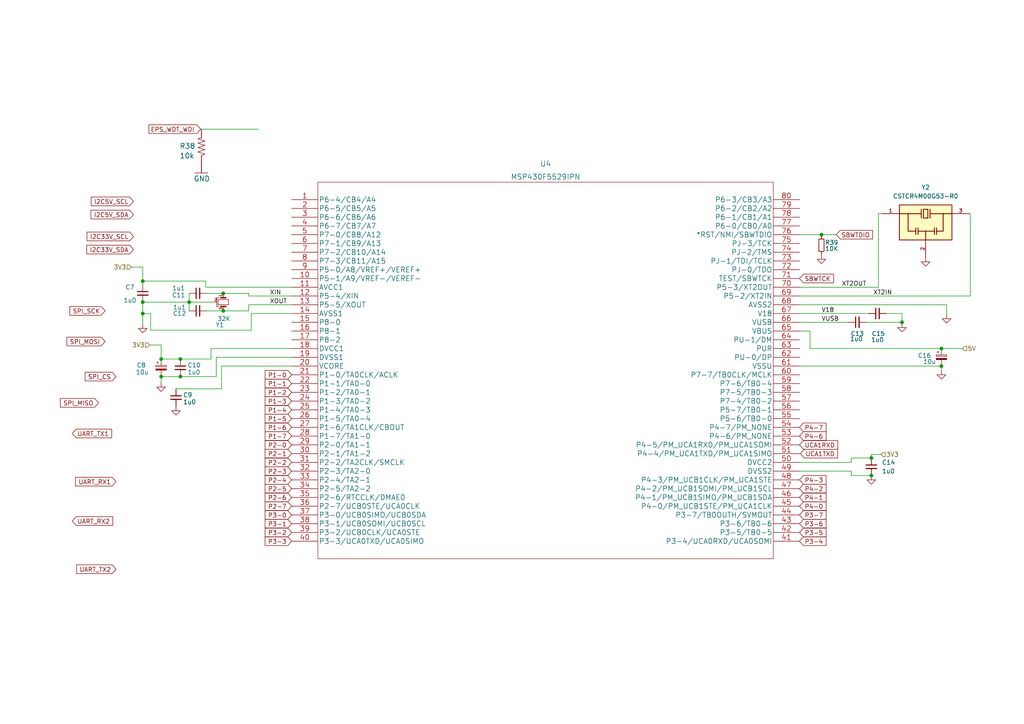
<source format=kicad_sch>
(kicad_sch (version 20231120) (generator "eeschema") (generator_version "8.0")
  (paper "A4")
  (lib_symbols
    (symbol "2023-03-28_15-31-46:MSP430F5529IPN" (pin_names (offset 0.254))
      (property "Reference" "U" (at 73.66 10.16 0))
      (property "Value" "MSP430F5529IPN" (at 73.66 7.62 0))
      (symbol "MSP430F5529IPN_1_1"
        (polyline (pts (xy 7.62 -104.14) (xy 139.7 -104.14)) (stroke (width 0.127)))
        (polyline (pts (xy 7.62 5.08) (xy 7.62 -104.14)) (stroke (width 0.127)))
        (polyline (pts (xy 139.7 -104.14) (xy 139.7 5.08)) (stroke (width 0.127)))
        (polyline (pts (xy 139.7 5.08) (xy 7.62 5.08)) (stroke (width 0.127)))
        (pin bidirectional line (at 0 0 0) (length 7.62) (name "P6-4/CB4/A4") (number "1"))
        (pin bidirectional line (at 0 -22.86 0) (length 7.62) (name "P5-1/A9/VREF-/VEREF-") (number "10"))
        (pin power_in line (at 0 -25.4 0) (length 7.62) (name "AVCC1") (number "11"))
        (pin bidirectional line (at 0 -27.94 0) (length 7.62) (name "P5-4/XIN") (number "12"))
        (pin bidirectional line (at 0 -30.48 0) (length 7.62) (name "P5-5/XOUT") (number "13"))
        (pin power_in line (at 0 -33.02 0) (length 7.62) (name "AVSS1") (number "14"))
        (pin bidirectional line (at 0 -35.56 0) (length 7.62) (name "P8-0") (number "15"))
        (pin bidirectional line (at 0 -38.1 0) (length 7.62) (name "P8-1") (number "16"))
        (pin bidirectional line (at 0 -40.64 0) (length 7.62) (name "P8-2") (number "17"))
        (pin power_in line (at 0 -43.18 0) (length 7.62) (name "DVCC1") (number "18"))
        (pin power_in line (at 0 -45.72 0) (length 7.62) (name "DVSS1") (number "19"))
        (pin bidirectional line (at 0 -2.54 0) (length 7.62) (name "P6-5/CB5/A5") (number "2"))
        (pin power_in line (at 0 -48.26 0) (length 7.62) (name "VCORE") (number "20"))
        (pin bidirectional line (at 0 -50.8 0) (length 7.62) (name "P1-0/TA0CLK/ACLK") (number "21"))
        (pin bidirectional line (at 0 -53.34 0) (length 7.62) (name "P1-1/TA0-0") (number "22"))
        (pin bidirectional line (at 0 -55.88 0) (length 7.62) (name "P1-2/TA0-1") (number "23"))
        (pin bidirectional line (at 0 -58.42 0) (length 7.62) (name "P1-3/TA0-2") (number "24"))
        (pin bidirectional line (at 0 -60.96 0) (length 7.62) (name "P1-4/TA0-3") (number "25"))
        (pin bidirectional line (at 0 -63.5 0) (length 7.62) (name "P1-5/TA0-4") (number "26"))
        (pin bidirectional line (at 0 -66.04 0) (length 7.62) (name "P1-6/TA1CLK/CBOUT") (number "27"))
        (pin bidirectional line (at 0 -68.58 0) (length 7.62) (name "P1-7/TA1-0") (number "28"))
        (pin bidirectional line (at 0 -71.12 0) (length 7.62) (name "P2-0/TA1-1") (number "29"))
        (pin bidirectional line (at 0 -5.08 0) (length 7.62) (name "P6-6/CB6/A6") (number "3"))
        (pin bidirectional line (at 0 -73.66 0) (length 7.62) (name "P2-1/TA1-2") (number "30"))
        (pin bidirectional line (at 0 -76.2 0) (length 7.62) (name "P2-2/TA2CLK/SMCLK") (number "31"))
        (pin bidirectional line (at 0 -78.74 0) (length 7.62) (name "P2-3/TA2-0") (number "32"))
        (pin bidirectional line (at 0 -81.28 0) (length 7.62) (name "P2-4/TA2-1") (number "33"))
        (pin bidirectional line (at 0 -83.82 0) (length 7.62) (name "P2-5/TA2-2") (number "34"))
        (pin bidirectional line (at 0 -86.36 0) (length 7.62) (name "P2-6/RTCCLK/DMAE0") (number "35"))
        (pin bidirectional line (at 0 -88.9 0) (length 7.62) (name "P2-7/UCB0STE/UCA0CLK") (number "36"))
        (pin bidirectional line (at 0 -91.44 0) (length 7.62) (name "P3-0/UCB0SIMO/UCB0SDA") (number "37"))
        (pin bidirectional line (at 0 -93.98 0) (length 7.62) (name "P3-1/UCB0SOMI/UCB0SCL") (number "38"))
        (pin bidirectional line (at 0 -96.52 0) (length 7.62) (name "P3-2/UCB0CLK/UCA0STE") (number "39"))
        (pin bidirectional line (at 0 -7.62 0) (length 7.62) (name "P6-7/CB7/A7") (number "4"))
        (pin bidirectional line (at 0 -99.06 0) (length 7.62) (name "P3-3/UCA0TXD/UCA0SIMO") (number "40"))
        (pin bidirectional line (at 147.32 -99.06 180) (length 7.62) (name "P3-4/UCA0RXD/UCA0SOMI") (number "41"))
        (pin bidirectional line (at 147.32 -96.52 180) (length 7.62) (name "P3-5/TB0-5") (number "42"))
        (pin bidirectional line (at 147.32 -93.98 180) (length 7.62) (name "P3-6/TB0-6") (number "43"))
        (pin bidirectional line (at 147.32 -91.44 180) (length 7.62) (name "P3-7/TB0OUTH/SVMOUT") (number "44"))
        (pin bidirectional line (at 147.32 -88.9 180) (length 7.62) (name "P4-0/PM_UCB1STE/PM_UCA1CLK") (number "45"))
        (pin bidirectional line (at 147.32 -86.36 180) (length 7.62) (name "P4-1/PM_UCB1SIMO/PM_UCB1SDA") (number "46"))
        (pin bidirectional line (at 147.32 -83.82 180) (length 7.62) (name "P4-2/PM_UCB1SOMI/PM_UCB1SCL") (number "47"))
        (pin bidirectional line (at 147.32 -81.28 180) (length 7.62) (name "P4-3/PM_UCB1CLK/PM_UCA1STE") (number "48"))
        (pin power_in line (at 147.32 -78.74 180) (length 7.62) (name "DVSS2") (number "49"))
        (pin bidirectional line (at 0 -10.16 0) (length 7.62) (name "P7-0/CB8/A12") (number "5"))
        (pin power_in line (at 147.32 -76.2 180) (length 7.62) (name "DVCC2") (number "50"))
        (pin bidirectional line (at 147.32 -73.66 180) (length 7.62) (name "P4-4/PM_UCA1TXD/PM_UCA1SIMO") (number "51"))
        (pin bidirectional line (at 147.32 -71.12 180) (length 7.62) (name "P4-5/PM_UCA1RXD/PM_UCA1SOMI") (number "52"))
        (pin bidirectional line (at 147.32 -68.58 180) (length 7.62) (name "P4-6/PM_NONE") (number "53"))
        (pin bidirectional line (at 147.32 -66.04 180) (length 7.62) (name "P4-7/PM_NONE") (number "54"))
        (pin bidirectional line (at 147.32 -63.5 180) (length 7.62) (name "P5-6/TB0-0") (number "55"))
        (pin bidirectional line (at 147.32 -60.96 180) (length 7.62) (name "P5-7/TB0-1") (number "56"))
        (pin bidirectional line (at 147.32 -58.42 180) (length 7.62) (name "P7-4/TB0-2") (number "57"))
        (pin bidirectional line (at 147.32 -55.88 180) (length 7.62) (name "P7-5/TB0-3") (number "58"))
        (pin bidirectional line (at 147.32 -53.34 180) (length 7.62) (name "P7-6/TB0-4") (number "59"))
        (pin bidirectional line (at 0 -12.7 0) (length 7.62) (name "P7-1/CB9/A13") (number "6"))
        (pin bidirectional line (at 147.32 -50.8 180) (length 7.62) (name "P7-7/TB0CLK/MCLK") (number "60"))
        (pin power_in line (at 147.32 -48.26 180) (length 7.62) (name "VSSU") (number "61"))
        (pin bidirectional line (at 147.32 -45.72 180) (length 7.62) (name "PU-0/DP") (number "62"))
        (pin bidirectional line (at 147.32 -43.18 180) (length 7.62) (name "PUR") (number "63"))
        (pin bidirectional line (at 147.32 -40.64 180) (length 7.62) (name "PU-1/DM") (number "64"))
        (pin power_in line (at 147.32 -38.1 180) (length 7.62) (name "VBUS") (number "65"))
        (pin power_in line (at 147.32 -35.56 180) (length 7.62) (name "VUSB") (number "66"))
        (pin power_in line (at 147.32 -33.02 180) (length 7.62) (name "V18") (number "67"))
        (pin power_in line (at 147.32 -30.48 180) (length 7.62) (name "AVSS2") (number "68"))
        (pin bidirectional line (at 147.32 -27.94 180) (length 7.62) (name "P5-2/XT2IN") (number "69"))
        (pin bidirectional line (at 0 -15.24 0) (length 7.62) (name "P7-2/CB10/A14") (number "7"))
        (pin bidirectional line (at 147.32 -25.4 180) (length 7.62) (name "P5-3/XT2OUT") (number "70"))
        (pin bidirectional line (at 147.32 -22.86 180) (length 7.62) (name "TEST/SBWTCK") (number "71"))
        (pin bidirectional line (at 147.32 -20.32 180) (length 7.62) (name "PJ-0/TDO") (number "72"))
        (pin bidirectional line (at 147.32 -17.78 180) (length 7.62) (name "PJ-1/TDI/TCLK") (number "73"))
        (pin bidirectional line (at 147.32 -15.24 180) (length 7.62) (name "PJ-2/TMS") (number "74"))
        (pin bidirectional line (at 147.32 -12.7 180) (length 7.62) (name "PJ-3/TCK") (number "75"))
        (pin bidirectional line (at 147.32 -10.16 180) (length 7.62) (name "*RST/NMI/SBWTDIO") (number "76"))
        (pin bidirectional line (at 147.32 -7.62 180) (length 7.62) (name "P6-0/CB0/A0") (number "77"))
        (pin bidirectional line (at 147.32 -5.08 180) (length 7.62) (name "P6-1/CB1/A1") (number "78"))
        (pin bidirectional line (at 147.32 -2.54 180) (length 7.62) (name "P6-2/CB2/A2") (number "79"))
        (pin bidirectional line (at 0 -17.78 0) (length 7.62) (name "P7-3/CB11/A15") (number "8"))
        (pin bidirectional line (at 147.32 0 180) (length 7.62) (name "P6-3/CB3/A3") (number "80"))
        (pin bidirectional line (at 0 -20.32 0) (length 7.62) (name "P5-0/A8/VREF+/VEREF+") (number "9"))
      )
    )
    (symbol "CSTCR4M00G53-R0:CSTCR4M00G53-R0" (pin_names (offset 1.016))
      (property "Reference" "Y" (at -7.62 6.35 0))
      (property "Value" "CSTCR4M00G53-R0" (at 1.27 -6.35 0))
      (symbol "CSTCR4M00G53-R0_0_0"
        (rectangle (start -7.62 -5.08) (end 7.62 5.08) (stroke (width 0.254)) (fill (type background)))
        (polyline (pts (xy -7.62 2.54) (xy -5.08 2.54)) (stroke (width 0.254)))
        (polyline (pts (xy -5.08 -2.54) (xy -5.08 2.54)) (stroke (width 0.254)))
        (polyline (pts (xy -5.08 2.54) (xy -1.27 2.54)) (stroke (width 0.254)))
        (polyline (pts (xy -2.8575 -2.54) (xy -5.08 -2.54)) (stroke (width 0.254)))
        (polyline (pts (xy -2.8575 -2.54) (xy -2.8575 -3.4925)) (stroke (width 0.254)))
        (polyline (pts (xy -2.8575 -1.5875) (xy -2.8575 -2.54)) (stroke (width 0.254)))
        (polyline (pts (xy -2.2225 -2.54) (xy -2.2225 -3.4925)) (stroke (width 0.254)))
        (polyline (pts (xy -2.2225 -1.5875) (xy -2.2225 -2.54)) (stroke (width 0.254)))
        (polyline (pts (xy -1.27 2.54) (xy -1.27 1.27)) (stroke (width 0.254)))
        (polyline (pts (xy -1.27 3.81) (xy -1.27 2.54)) (stroke (width 0.254)))
        (polyline (pts (xy -0.635 1.27) (xy -0.635 3.81)) (stroke (width 0.254)))
        (polyline (pts (xy -0.635 3.81) (xy 0.635 3.81)) (stroke (width 0.254)))
        (polyline (pts (xy 0 -5.08) (xy 0 -2.54)) (stroke (width 0.254)))
        (polyline (pts (xy 0 -2.54) (xy -2.2225 -2.54)) (stroke (width 0.254)))
        (polyline (pts (xy 0 -2.54) (xy 2.54 -2.54)) (stroke (width 0.254)))
        (polyline (pts (xy 0.635 1.27) (xy -0.635 1.27)) (stroke (width 0.254)))
        (polyline (pts (xy 0.635 3.81) (xy 0.635 1.27)) (stroke (width 0.254)))
        (polyline (pts (xy 1.27 2.54) (xy 1.27 1.27)) (stroke (width 0.254)))
        (polyline (pts (xy 1.27 2.54) (xy 5.08 2.54)) (stroke (width 0.254)))
        (polyline (pts (xy 1.27 3.81) (xy 1.27 2.54)) (stroke (width 0.254)))
        (polyline (pts (xy 2.54 -2.54) (xy 2.54 -3.4925)) (stroke (width 0.254)))
        (polyline (pts (xy 2.54 -1.5875) (xy 2.54 -2.54)) (stroke (width 0.254)))
        (polyline (pts (xy 3.175 -2.54) (xy 3.175 -3.4925)) (stroke (width 0.254)))
        (polyline (pts (xy 3.175 -2.54) (xy 5.08 -2.54)) (stroke (width 0.254)))
        (polyline (pts (xy 3.175 -1.5875) (xy 3.175 -2.54)) (stroke (width 0.254)))
        (polyline (pts (xy 5.08 -2.54) (xy 5.08 2.54)) (stroke (width 0.254)))
        (polyline (pts (xy 5.08 2.54) (xy 7.62 2.54)) (stroke (width 0.254)))
        (pin input line (at -12.7 2.54 0) (length 5.08) (name "~") (number "1"))
        (pin power_in line (at 0 -10.16 90) (length 5.08) (name "~") (number "2"))
        (pin output line (at 12.7 2.54 180) (length 5.08) (name "~") (number "3"))
      )
    )
    (symbol "Device:C_Polarized_Small" (pin_numbers hide) (pin_names (offset 0.254) hide)
      (property "Reference" "C" (at 0.254 1.778 0))
      (property "Value" "C_Polarized_Small" (at 0.254 -2.032 0))
      (symbol "C_Polarized_Small_0_1"
        (rectangle (start -1.524 -0.3048) (end 1.524 -0.6858) (fill (type outline)))
        (rectangle (start -1.524 0.6858) (end 1.524 0.3048))
        (polyline (pts (xy -1.27 1.524) (xy -0.762 1.524)))
        (polyline (pts (xy -1.016 1.27) (xy -1.016 1.778)))
      )
      (symbol "C_Polarized_Small_1_1"
        (pin passive line (at 0 2.54 270) (length 1.8542) (name "~") (number "1"))
        (pin passive line (at 0 -2.54 90) (length 1.8542) (name "~") (number "2"))
      )
    )
    (symbol "Device:C_Small" (pin_numbers hide) (pin_names (offset 0.254) hide)
      (property "Reference" "C" (at 0.254 1.778 0))
      (property "Value" "C_Small" (at 0.254 -2.032 0))
      (symbol "C_Small_0_1"
        (polyline (pts (xy -1.524 -0.508) (xy 1.524 -0.508)) (stroke (width 0.3302)))
        (polyline (pts (xy -1.524 0.508) (xy 1.524 0.508)) (stroke (width 0.3048)))
      )
      (symbol "C_Small_1_1"
        (pin passive line (at 0 2.54 270) (length 2.032) (name "~") (number "1"))
        (pin passive line (at 0 -2.54 90) (length 2.032) (name "~") (number "2"))
      )
    )
    (symbol "Device:Crystal_GND2_Small" (pin_names (offset 1.016) hide)
      (property "Reference" "Y" (at 0 5.08 0))
      (property "Value" "Crystal_GND2_Small" (at 0 3.175 0))
      (symbol "Crystal_GND2_Small_0_1"
        (rectangle (start -0.762 -1.524) (end 0.762 1.524))
        (polyline (pts (xy -1.27 -0.762) (xy -1.27 0.762)) (stroke (width 0.381)))
        (polyline (pts (xy 1.27 -0.762) (xy 1.27 0.762)) (stroke (width 0.381)))
        (polyline (pts (xy -1.27 -1.27) (xy -1.27 -1.905) (xy 1.27 -1.905) (xy 1.27 -1.27)))
      )
      (symbol "Crystal_GND2_Small_1_1"
        (pin passive line (at -2.54 0 0) (length 1.27) (name "1") (number "1"))
        (pin passive line (at 0 -2.54 90) (length 0.635) (name "2") (number "2"))
        (pin passive line (at 2.54 0 180) (length 1.27) (name "3") (number "3"))
      )
    )
    (symbol "Device:R_Small" (pin_numbers hide) (pin_names (offset 0.254) hide)
      (property "Reference" "R" (at 0.762 0.508 0))
      (property "Value" "R_Small" (at 0.762 -1.016 0))
      (symbol "R_Small_0_1"
        (rectangle (start -0.762 1.778) (end 0.762 -1.778) (stroke (width 0.2032)))
      )
      (symbol "R_Small_1_1"
        (pin passive line (at 0 2.54 270) (length 0.762) (name "~") (number "1"))
        (pin passive line (at 0 -2.54 90) (length 0.762) (name "~") (number "2"))
      )
    )
    (symbol "mainboard:GND" (power) (pin_names (offset 1.016))
      (property "Value" "GND" (at -2.54 -2.54 0))
      (symbol "GND_1_0"
        (polyline (pts (xy -1.905 0) (xy 1.905 0)))
        (pin power_in line (at 0 2.54 270) (length 2.54) (name "GND") (number "1"))
      )
    )
    (symbol "mainboard:R-US_R0603" (pin_names (offset 1.016))
      (property "Reference" "R" (at -3.81 1.4986 0))
      (property "Value" "R-US_R0603" (at -3.81 -3.302 0))
      (symbol "R-US_R0603_1_0"
        (polyline (pts (xy -2.54 0) (xy -2.159 1.016)))
        (polyline (pts (xy -2.159 1.016) (xy -1.524 -1.016)))
        (polyline (pts (xy -1.524 -1.016) (xy -0.889 1.016)))
        (polyline (pts (xy -0.889 1.016) (xy -0.254 -1.016)))
        (polyline (pts (xy -0.254 -1.016) (xy 0.381 1.016)))
        (polyline (pts (xy 0.381 1.016) (xy 1.016 -1.016)))
        (polyline (pts (xy 1.016 -1.016) (xy 1.651 1.016)))
        (polyline (pts (xy 1.651 1.016) (xy 2.286 -1.016)))
        (polyline (pts (xy 2.286 -1.016) (xy 2.54 0)))
        (pin passive line (at -5.08 0 0) (length 2.54) (name "1") (number "1"))
        (pin passive line (at 5.08 0 180) (length 2.54) (name "2") (number "2"))
      )
    )
    (symbol "power:GND" (power) (pin_names (offset 0) hide)
      (property "Value" "GND" (at 0 -3.81 0))
      (symbol "GND_0_1"
        (polyline (pts (xy 0 0) (xy 0 -1.27) (xy 1.27 -1.27) (xy 0 -2.54) (xy -1.27 -1.27) (xy 0 -1.27)))
      )
      (symbol "GND_1_1"
        (pin power_in line (at 0 0 270) (length 0) hide (name "GND") (number "1"))
      )
    )
  )
  (junction (at 52.324 109.22))
  (junction (at 46.736 109.22))
  (junction (at 64.77 85.09))
  (junction (at 41.402 87.63))
  (junction (at 261.62 93.472))
  (junction (at 273.05 106.172))
  (junction (at 64.77 90.17))
  (junction (at 238.252 68.072))
  (junction (at 41.402 90.932))
  (junction (at 41.402 81.534))
  (junction (at 252.73 137.922))
  (junction (at 46.736 104.14))
  (junction (at 273.05 101.092))
  (junction (at 252.73 132.842))
  (junction (at 52.324 104.14))
  (junction (at 54.864 87.63))
  (wire (pts (xy 54.864 87.63) (xy 54.864 85.09)))
  (wire (pts (xy 72.898 95.758) (xy 43.688 95.758)))
  (wire (pts (xy 64.262 106.172) (xy 64.262 112.776)))
  (wire (pts (xy 251.206 93.472) (xy 261.62 93.472)))
  (wire (pts (xy 43.688 90.932) (xy 41.402 90.932)))
  (wire (pts (xy 54.864 87.63) (xy 54.864 90.17)))
  (wire (pts (xy 234.95 96.012) (xy 234.95 101.092)))
  (wire (pts (xy 62.738 103.632) (xy 84.582 103.632)))
  (wire (pts (xy 72.136 88.392) (xy 72.136 90.17)))
  (wire (pts (xy 84.582 90.932) (xy 72.898 90.932)))
  (wire (pts (xy 281.432 85.852) (xy 281.432 61.976)))
  (wire (pts (xy 261.62 90.932) (xy 261.62 93.472)))
  (wire (pts (xy 59.944 90.17) (xy 64.77 90.17)))
  (wire (pts (xy 261.62 93.472) (xy 261.62 93.726)))
  (wire (pts (xy 41.402 81.534) (xy 41.402 82.55)))
  (wire (pts (xy 41.402 90.932) (xy 41.402 93.98)))
  (wire (pts (xy 254.762 61.976) (xy 255.778 61.976)))
  (wire (pts (xy 231.902 88.392) (xy 274.574 88.392)))
  (wire (pts (xy 238.252 68.58) (xy 238.252 68.072)))
  (wire (pts (xy 72.136 90.17) (xy 64.77 90.17)))
  (wire (pts (xy 41.402 87.63) (xy 41.402 90.932)))
  (wire (pts (xy 274.574 88.392) (xy 274.574 91.186)))
  (wire (pts (xy 52.324 104.14) (xy 46.736 104.14)))
  (wire (pts (xy 72.136 85.09) (xy 64.77 85.09)))
  (wire (pts (xy 238.252 73.66) (xy 238.252 73.914)))
  (wire (pts (xy 46.736 100.076) (xy 46.736 104.14)))
  (wire (pts (xy 252.73 137.922) (xy 246.888 137.922)))
  (wire (pts (xy 273.05 101.092) (xy 279.146 101.092)))
  (wire (pts (xy 231.902 136.652) (xy 246.888 136.652)))
  (wire (pts (xy 281.432 61.976) (xy 281.178 61.976)))
  (wire (pts (xy 254.762 83.312) (xy 254.762 61.976)))
  (wire (pts (xy 231.902 68.072) (xy 238.252 68.072)))
  (wire (pts (xy 59.69 83.312) (xy 59.69 81.534)))
  (wire (pts (xy 231.902 90.932) (xy 251.968 90.932)))
  (wire (pts (xy 61.214 101.092) (xy 61.214 104.14)))
  (wire (pts (xy 59.944 85.09) (xy 64.77 85.09)))
  (wire (pts (xy 255.524 131.826) (xy 252.73 131.826)))
  (wire (pts (xy 238.252 68.072) (xy 242.57 68.072)))
  (wire (pts (xy 231.902 134.112) (xy 246.888 134.112)))
  (wire (pts (xy 252.73 132.842) (xy 246.888 132.842)))
  (wire (pts (xy 41.402 87.63) (xy 54.864 87.63)))
  (wire (pts (xy 231.902 106.172) (xy 273.05 106.172)))
  (wire (pts (xy 43.688 95.758) (xy 43.688 90.932)))
  (wire (pts (xy 273.05 106.172) (xy 273.05 107.442)))
  (wire (pts (xy 52.324 109.22) (xy 46.736 109.22)))
  (wire (pts (xy 41.402 77.47) (xy 38.1 77.47)))
  (wire (pts (xy 61.214 101.092) (xy 84.582 101.092)))
  (wire (pts (xy 64.262 106.172) (xy 84.582 106.172)))
  (wire (pts (xy 252.73 131.826) (xy 252.73 132.842)))
  (wire (pts (xy 246.888 134.112) (xy 246.888 132.842)))
  (wire (pts (xy 246.888 136.652) (xy 246.888 137.922)))
  (wire (pts (xy 51.054 112.776) (xy 64.262 112.776)))
  (wire (pts (xy 59.69 81.534) (xy 41.402 81.534)))
  (wire (pts (xy 46.736 109.22) (xy 46.736 110.998)))
  (wire (pts (xy 72.136 85.852) (xy 72.136 85.09)))
  (wire (pts (xy 61.214 104.14) (xy 52.324 104.14)))
  (wire (pts (xy 84.582 83.312) (xy 59.69 83.312)))
  (wire (pts (xy 62.738 103.632) (xy 62.738 109.22)))
  (wire (pts (xy 84.582 85.852) (xy 72.136 85.852)))
  (wire (pts (xy 231.902 96.012) (xy 234.95 96.012)))
  (wire (pts (xy 62.738 109.22) (xy 52.324 109.22)))
  (wire (pts (xy 232.156 131.572) (xy 231.902 131.572)))
  (wire (pts (xy 234.95 101.092) (xy 273.05 101.092)))
  (wire (pts (xy 72.898 90.932) (xy 72.898 95.758)))
  (wire (pts (xy 84.582 88.392) (xy 72.136 88.392)))
  (wire (pts (xy 231.902 83.312) (xy 254.762 83.312)))
  (wire (pts (xy 62.23 87.63) (xy 54.864 87.63)))
  (wire (pts (xy 231.902 93.472) (xy 246.126 93.472)))
  (wire (pts (xy 74.93 37.465) (xy 58.42 37.465)))
  (wire (pts (xy 41.402 77.47) (xy 41.402 81.534)))
  (wire (pts (xy 257.048 90.932) (xy 261.62 90.932)))
  (wire (pts (xy 231.902 85.852) (xy 281.432 85.852)))
  (wire (pts (xy 46.736 100.076) (xy 43.434 100.076)))
  (label "XT2OUT" (at 244.094 83.312 0))
  (label "VUSB" (at 238.252 93.472 0))
  (label "V18" (at 238.252 90.932 0))
  (label "XIN" (at 78.232 85.852 0))
  (label "XT2IN" (at 253.238 85.852 0))
  (label "XOUT" (at 78.232 88.392 0))
  (global_label "SPI_MISO" (shape input) (at 28.575 116.84 180) (property "Intersheetrefs" "${INTERSHEET_REFS}" (effects (hide yes))))
  (global_label "UART_RX1" (shape input) (at 33.655 139.7 180) (property "Intersheetrefs" "${INTERSHEET_REFS}" (effects (hide yes))))
  (global_label "P2-7" (shape input) (at 84.582 146.812 180) (property "Intersheetrefs" "${INTERSHEET_REFS}" (effects (hide yes))))
  (global_label "SPI_SCK" (shape input) (at 30.48 90.17 180) (property "Intersheetrefs" "${INTERSHEET_REFS}" (effects (hide yes))))
  (global_label "P4-0" (shape input) (at 231.902 146.812 0) (property "Intersheetrefs" "${INTERSHEET_REFS}" (effects (hide yes))))
  (global_label "I2C5V_SCL" (shape input) (at 38.735 58.42 180) (property "Intersheetrefs" "${INTERSHEET_REFS}" (effects (hide yes))))
  (global_label "P1-4" (shape input) (at 84.582 118.872 180) (property "Intersheetrefs" "${INTERSHEET_REFS}" (effects (hide yes))))
  (global_label "P1-3" (shape input) (at 84.582 116.332 180) (property "Intersheetrefs" "${INTERSHEET_REFS}" (effects (hide yes))))
  (global_label "UCA1TXD" (shape input) (at 232.156 131.572 0) (property "Intersheetrefs" "${INTERSHEET_REFS}" (effects (hide yes))))
  (global_label "P4-6" (shape input) (at 231.902 126.492 0) (property "Intersheetrefs" "${INTERSHEET_REFS}" (effects (hide yes))))
  (global_label "P2-2" (shape input) (at 84.582 134.112 180) (property "Intersheetrefs" "${INTERSHEET_REFS}" (effects (hide yes))))
  (global_label "P2-6" (shape input) (at 84.582 144.272 180) (property "Intersheetrefs" "${INTERSHEET_REFS}" (effects (hide yes))))
  (global_label "P1-0" (shape input) (at 84.582 108.712 180) (property "Intersheetrefs" "${INTERSHEET_REFS}" (effects (hide yes))))
  (global_label "SBWTDIO" (shape input) (at 242.57 68.072 0) (property "Intersheetrefs" "${INTERSHEET_REFS}" (effects (hide yes))))
  (global_label "P3-6" (shape input) (at 231.902 151.892 0) (property "Intersheetrefs" "${INTERSHEET_REFS}" (effects (hide yes))))
  (global_label "UCA1RXD" (shape input) (at 231.902 129.032 0) (property "Intersheetrefs" "${INTERSHEET_REFS}" (effects (hide yes))))
  (global_label "P1-5" (shape input) (at 84.582 121.412 180) (property "Intersheetrefs" "${INTERSHEET_REFS}" (effects (hide yes))))
  (global_label "P4-2" (shape input) (at 231.902 141.732 0) (property "Intersheetrefs" "${INTERSHEET_REFS}" (effects (hide yes))))
  (global_label "P2-3" (shape input) (at 84.582 136.652 180) (property "Intersheetrefs" "${INTERSHEET_REFS}" (effects (hide yes))))
  (global_label "UART_RX2" (shape input) (at 20.955 151.13 0) (property "Intersheetrefs" "${INTERSHEET_REFS}" (effects (hide yes))))
  (global_label "P3-2" (shape input) (at 84.582 154.432 180) (property "Intersheetrefs" "${INTERSHEET_REFS}" (effects (hide yes))))
  (global_label "P2-5" (shape input) (at 84.582 141.732 180) (property "Intersheetrefs" "${INTERSHEET_REFS}" (effects (hide yes))))
  (global_label "P1-7" (shape input) (at 84.582 126.492 180) (property "Intersheetrefs" "${INTERSHEET_REFS}" (effects (hide yes))))
  (global_label "P2-0" (shape input) (at 84.582 129.032 180) (property "Intersheetrefs" "${INTERSHEET_REFS}" (effects (hide yes))))
  (global_label "SPI_MOSI" (shape input) (at 30.48 99.06 180) (property "Intersheetrefs" "${INTERSHEET_REFS}" (effects (hide yes))))
  (global_label "UART_TX1" (shape input) (at 20.955 125.73 0) (property "Intersheetrefs" "${INTERSHEET_REFS}" (effects (hide yes))))
  (global_label "P3-0" (shape input) (at 84.582 149.352 180) (property "Intersheetrefs" "${INTERSHEET_REFS}" (effects (hide yes))))
  (global_label "P3-1" (shape input) (at 84.582 151.892 180) (property "Intersheetrefs" "${INTERSHEET_REFS}" (effects (hide yes))))
  (global_label "I2C33V_SDA" (shape input) (at 38.735 72.39 180) (property "Intersheetrefs" "${INTERSHEET_REFS}" (effects (hide yes))))
  (global_label "SBWTCK" (shape input) (at 231.902 80.772 0) (property "Intersheetrefs" "${INTERSHEET_REFS}" (effects (hide yes))))
  (global_label "P3-5" (shape input) (at 231.902 154.432 0) (property "Intersheetrefs" "${INTERSHEET_REFS}" (effects (hide yes))))
  (global_label "I2C33V_SCL" (shape input) (at 38.735 68.58 180) (property "Intersheetrefs" "${INTERSHEET_REFS}" (effects (hide yes))))
  (global_label "UART_TX2" (shape input) (at 33.655 165.1 180) (property "Intersheetrefs" "${INTERSHEET_REFS}" (effects (hide yes))))
  (global_label "P1-6" (shape input) (at 84.582 123.952 180) (property "Intersheetrefs" "${INTERSHEET_REFS}" (effects (hide yes))))
  (global_label "P3-4" (shape input) (at 231.902 156.972 0) (property "Intersheetrefs" "${INTERSHEET_REFS}" (effects (hide yes))))
  (global_label "P1-2" (shape input) (at 84.582 113.792 180) (property "Intersheetrefs" "${INTERSHEET_REFS}" (effects (hide yes))))
  (global_label "P3-7" (shape input) (at 231.902 149.352 0) (property "Intersheetrefs" "${INTERSHEET_REFS}" (effects (hide yes))))
  (global_label "SPI_CS" (shape input) (at 33.655 109.22 180) (property "Intersheetrefs" "${INTERSHEET_REFS}" (effects (hide yes))))
  (global_label "P3-3" (shape input) (at 84.582 156.972 180) (property "Intersheetrefs" "${INTERSHEET_REFS}" (effects (hide yes))))
  (global_label "P4-7" (shape input) (at 231.902 123.952 0) (property "Intersheetrefs" "${INTERSHEET_REFS}" (effects (hide yes))))
  (global_label "EPS_WDT_WDI" (shape output) (at 43.18 37.465 0) (property "Intersheetrefs" "${INTERSHEET_REFS}" (effects (hide yes))))
  (global_label "P2-1" (shape input) (at 84.582 131.572 180) (property "Intersheetrefs" "${INTERSHEET_REFS}" (effects (hide yes))))
  (global_label "P2-4" (shape input) (at 84.582 139.192 180) (property "Intersheetrefs" "${INTERSHEET_REFS}" (effects (hide yes))))
  (global_label "P1-1" (shape input) (at 84.582 111.252 180) (property "Intersheetrefs" "${INTERSHEET_REFS}" (effects (hide yes))))
  (global_label "P4-3" (shape input) (at 231.902 139.192 0) (property "Intersheetrefs" "${INTERSHEET_REFS}" (effects (hide yes))))
  (global_label "I2C5V_SDA" (shape input) (at 38.735 62.23 180) (property "Intersheetrefs" "${INTERSHEET_REFS}" (effects (hide yes))))
  (global_label "P4-1" (shape input) (at 231.902 144.272 0) (property "Intersheetrefs" "${INTERSHEET_REFS}" (effects (hide yes))))
  (hierarchical_label "5V" (shape input) (at 279.146 101.092 0))
  (hierarchical_label "3V3" (shape input) (at 255.524 131.826 0))
  (hierarchical_label "3V3" (shape input) (at 38.1 77.47 180))
  (hierarchical_label "3V3" (shape input) (at 43.434 100.076 180))
  (symbol (lib_id "power:GND") (at 51.054 117.856 0) (unit 1)
    (property "Reference" "#PWR03" (effects (hide yes)))
    (property "Value" "GND" (effects (hide yes)))
  )
  (symbol (lib_id "Device:C_Small") (at 254.508 90.932 90) (unit 1)
    (property "Reference" "C15" (at 254.762 96.774 90))
    (property "Value" "1u0" (at 254.508 98.552 90))
    (property "Footprint" "Capacitor_SMD:C_0402_1005Metric_Pad0.74x0.62mm_HandSolder" (effects (hide yes)))
  )
  (symbol (lib_id "power:GND") (at 273.05 107.442 0) (unit 1)
    (property "Reference" "#PWR08" (effects (hide yes)))
    (property "Value" "GND" (effects (hide yes)))
  )
  (symbol (lib_id "power:GND") (at 274.574 91.186 0) (unit 1)
    (property "Reference" "#PWR09" (effects (hide yes)))
    (property "Value" "GND" (effects (hide yes)))
  )
  (symbol (lib_id "Device:C_Small") (at 41.402 85.09 0) (unit 1)
    (property "Reference" "C7" (at 36.322 83.312 0) (effects (justify left)))
    (property "Value" "1u0" (at 35.814 87.122 0) (effects (justify left)))
    (property "Footprint" "Capacitor_SMD:C_0603_1608Metric" (effects (hide yes)))
  )
  (symbol (lib_id "power:GND") (at 261.62 93.726 0) (unit 1)
    (property "Reference" "#PWR06" (effects (hide yes)))
    (property "Value" "GND" (effects (hide yes)))
  )
  (symbol (lib_id "Device:C_Small") (at 248.666 93.472 90) (unit 1)
    (property "Reference" "C13" (at 248.666 96.774 90))
    (property "Value" "1u0" (at 248.412 98.298 90))
    (property "Footprint" "Capacitor_SMD:C_0402_1005Metric_Pad0.74x0.62mm_HandSolder" (effects (hide yes)))
  )
  (symbol (lib_id "power:GND") (at 41.402 93.98 0) (unit 1)
    (property "Reference" "#PWR01" (effects (hide yes)))
    (property "Value" "GND" (effects (hide yes)))
  )
  (symbol (lib_id "power:GND") (at 46.736 110.998 0) (unit 1)
    (property "Reference" "#PWR02" (effects (hide yes)))
    (property "Value" "GND" (effects (hide yes)))
  )
  (symbol (lib_id "Device:Crystal_GND2_Small") (at 64.77 87.63 270) (unit 1)
    (property "Reference" "Y1" (at 62.484 94.234 90) (effects (justify left)))
    (property "Value" "32K" (at 62.992 92.456 90) (effects (justify left)))
    (property "Footprint" "Crystal:Crystal_AT310_D3.0mm_L10.0mm_Horizontal_1EP_style1" (effects (hide yes)))
  )
  (symbol (lib_id "Device:C_Small") (at 52.324 106.68 0) (unit 1)
    (property "Reference" "C10" (at 54.356 105.918 0) (effects (justify left)))
    (property "Value" "1u0" (at 54.356 107.95 0) (effects (justify left)))
    (property "Footprint" "Capacitor_SMD:C_0603_1608Metric" (effects (hide yes)))
  )
  (symbol (lib_id "power:GND") (at 238.252 73.914 0) (unit 1)
    (property "Reference" "#PWR04" (effects (hide yes)))
    (property "Value" "GND" (effects (hide yes)))
  )
  (symbol (lib_id "CSTCR4M00G53-R0:CSTCR4M00G53-R0") (at 268.478 64.516 0) (unit 1)
    (property "Reference" "Y2" (at 268.478 54.356 0))
    (property "Value" "CSTCR4M00G53-R0" (at 268.478 56.896 0))
    (property "Footprint" "CSTCR4M00G53-R0:OSC_CSTCR4M00G53-R0" (effects (hide yes)))
    (property "STANDARD" "Manufacturer Recomendations" (effects (hide yes)))
    (property "MANUFACTURER" "Murata" (effects (hide yes)))
    (property "PARTREV" "JGC42-8797" (effects (hide yes)))
    (property "MAXIMUM_PACKAGE_HEIGHT" "1.2mm" (effects (hide yes)))
  )
  (symbol (lib_id "power:GND") (at 252.73 137.922 0) (unit 1)
    (property "Reference" "#PWR05" (effects (hide yes)))
    (property "Value" "GND" (effects (hide yes)))
  )
  (symbol (lib_id "Device:C_Polarized_Small") (at 273.05 103.632 0) (unit 1)
    (property "Reference" "C16" (at 266.192 103.124 0) (effects (justify left)))
    (property "Value" "10u" (at 267.716 104.902 0) (effects (justify left)))
    (property "Footprint" "Capacitor_SMD:CP_Elec_4x3.9" (effects (hide yes)))
  )
  (symbol (lib_id "Device:C_Small") (at 57.404 90.17 90) (unit 1)
    (property "Reference" "C12" (at 52.07 90.932 90))
    (property "Value" "1u1" (at 52.07 89.154 90))
    (property "Footprint" "Capacitor_SMD:C_0603_1608Metric" (effects (hide yes)))
  )
  (symbol (lib_id "mainboard:GND") (at 58.42 50.165 0) (mirror y) (unit 1)
    (property "Reference" "#GND013" (effects (hide yes)))
    (property "Value" "GND" (at 60.96 52.705 0) (effects (font (size 1.4986 1.4986)) (justify left bottom)))
  )
  (symbol (lib_id "power:GND") (at 268.478 74.676 0) (unit 1)
    (property "Reference" "#PWR07" (effects (hide yes)))
    (property "Value" "GND" (effects (hide yes)))
  )
  (symbol (lib_id "Device:C_Small") (at 51.054 115.316 0) (unit 1)
    (property "Reference" "C9" (at 53.086 114.554 0) (effects (justify left)))
    (property "Value" "1u0" (at 53.086 116.586 0) (effects (justify left)))
    (property "Footprint" "Capacitor_SMD:C_0603_1608Metric" (effects (hide yes)))
  )
  (symbol (lib_id "Device:R_Small") (at 238.252 71.12 0) (unit 1)
    (property "Reference" "R39" (at 239.268 70.358 0) (effects (justify left)))
    (property "Value" "10K" (at 239.268 72.136 0) (effects (justify left)))
    (property "Footprint" "Resistor_SMD:R_0603_1608Metric" (effects (hide yes)))
  )
  (symbol (lib_id "2023-03-28_15-31-46:MSP430F5529IPN") (at 84.582 57.912 0) (unit 1)
    (property "Reference" "U4" (at 158.242 47.498 0) (effects (font (size 1.524 1.524))))
    (property "Value" "MSP430F5529IPN" (at 158.242 51.308 0) (effects (font (size 1.524 1.524))))
    (property "Footprint" "footprintMSP:MSP430F5529IPN" (effects (hide yes)))
  )
  (symbol (lib_id "Device:C_Small") (at 57.404 85.09 90) (unit 1)
    (property "Reference" "C11" (at 51.816 85.598 90))
    (property "Value" "1u1" (at 51.816 83.566 90))
    (property "Footprint" "Capacitor_SMD:C_0603_1608Metric" (effects (hide yes)))
  )
  (symbol (lib_id "Device:C_Small") (at 252.73 135.382 0) (unit 1)
    (property "Reference" "C14" (at 255.778 134.1182 0) (effects (justify left)))
    (property "Value" "1u0" (at 255.778 136.6582 0) (effects (justify left)))
    (property "Footprint" "Capacitor_SMD:C_0603_1608Metric" (effects (hide yes)))
  )
  (symbol (lib_id "Device:C_Polarized_Small") (at 46.736 106.68 0) (unit 1)
    (property "Reference" "C8" (at 39.624 105.918 0) (effects (justify left)))
    (property "Value" "10u" (at 39.37 107.95 0) (effects (justify left)))
    (property "Footprint" "Capacitor_SMD:CP_Elec_3x5.3" (effects (hide yes)))
  )
  (symbol (lib_id "mainboard:R-US_R0603") (at 58.42 42.545 270) (mirror x) (unit 1)
    (property "Reference" "R38" (at 52.07 41.5036 90) (effects (font (size 1.4986 1.4986)) (justify left bottom)))
    (property "Value" "10k" (at 52.07 44.323 90) (effects (font (size 1.4986 1.4986)) (justify left bottom)))
    (property "Footprint" "Resistor_SMD:R_0603_1608Metric" (effects (hide yes)))
    (property "Description" "10k 0603" (effects (hide yes)))
  )
)
</source>
